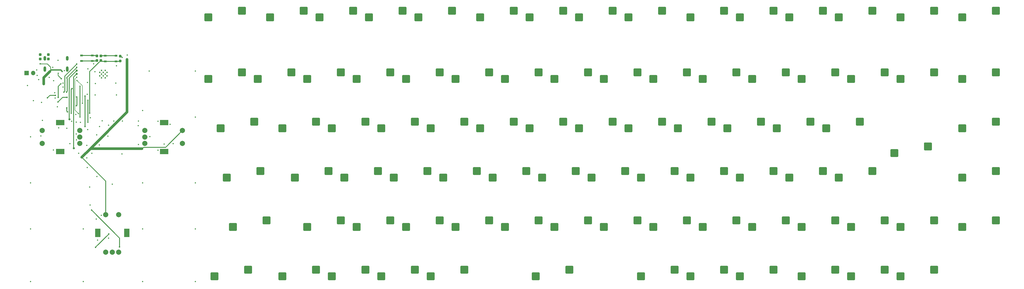
<source format=gbr>
%TF.GenerationSoftware,KiCad,Pcbnew,8.0.5*%
%TF.CreationDate,2025-01-01T22:16:47+09:00*%
%TF.ProjectId,Davinci-Keyboard,44617669-6e63-4692-9d4b-6579626f6172,rev?*%
%TF.SameCoordinates,Original*%
%TF.FileFunction,Copper,L1,Top*%
%TF.FilePolarity,Positive*%
%FSLAX46Y46*%
G04 Gerber Fmt 4.6, Leading zero omitted, Abs format (unit mm)*
G04 Created by KiCad (PCBNEW 8.0.5) date 2025-01-01 22:16:47*
%MOMM*%
%LPD*%
G01*
G04 APERTURE LIST*
G04 Aperture macros list*
%AMRoundRect*
0 Rectangle with rounded corners*
0 $1 Rounding radius*
0 $2 $3 $4 $5 $6 $7 $8 $9 X,Y pos of 4 corners*
0 Add a 4 corners polygon primitive as box body*
4,1,4,$2,$3,$4,$5,$6,$7,$8,$9,$2,$3,0*
0 Add four circle primitives for the rounded corners*
1,1,$1+$1,$2,$3*
1,1,$1+$1,$4,$5*
1,1,$1+$1,$6,$7*
1,1,$1+$1,$8,$9*
0 Add four rect primitives between the rounded corners*
20,1,$1+$1,$2,$3,$4,$5,0*
20,1,$1+$1,$4,$5,$6,$7,0*
20,1,$1+$1,$6,$7,$8,$9,0*
20,1,$1+$1,$8,$9,$2,$3,0*%
G04 Aperture macros list end*
%TA.AperFunction,ComponentPad*%
%ADD10C,0.500000*%
%TD*%
%TA.AperFunction,SMDPad,CuDef*%
%ADD11RoundRect,0.249000X-1.251000X-1.251000X1.251000X-1.251000X1.251000X1.251000X-1.251000X1.251000X0*%
%TD*%
%TA.AperFunction,SMDPad,CuDef*%
%ADD12RoundRect,0.249000X1.251000X1.251000X-1.251000X1.251000X-1.251000X-1.251000X1.251000X-1.251000X0*%
%TD*%
%TA.AperFunction,ComponentPad*%
%ADD13C,2.000000*%
%TD*%
%TA.AperFunction,ComponentPad*%
%ADD14R,3.200000X2.000000*%
%TD*%
%TA.AperFunction,SMDPad,CuDef*%
%ADD15R,1.050000X0.650000*%
%TD*%
%TA.AperFunction,SMDPad,CuDef*%
%ADD16RoundRect,0.237500X0.237500X-0.300000X0.237500X0.300000X-0.237500X0.300000X-0.237500X-0.300000X0*%
%TD*%
%TA.AperFunction,ComponentPad*%
%ADD17R,2.000000X3.200000*%
%TD*%
%TA.AperFunction,SMDPad,CuDef*%
%ADD18RoundRect,0.237500X-0.237500X0.287500X-0.237500X-0.287500X0.237500X-0.287500X0.237500X0.287500X0*%
%TD*%
%TA.AperFunction,SMDPad,CuDef*%
%ADD19RoundRect,0.237500X0.237500X-0.250000X0.237500X0.250000X-0.237500X0.250000X-0.237500X-0.250000X0*%
%TD*%
%TA.AperFunction,ComponentPad*%
%ADD20O,1.000000X2.100000*%
%TD*%
%TA.AperFunction,ComponentPad*%
%ADD21O,1.000000X1.800000*%
%TD*%
%TA.AperFunction,ComponentPad*%
%ADD22O,1.700000X1.700000*%
%TD*%
%TA.AperFunction,ComponentPad*%
%ADD23R,1.700000X1.700000*%
%TD*%
%TA.AperFunction,HeatsinkPad*%
%ADD24C,0.600000*%
%TD*%
%TA.AperFunction,ViaPad*%
%ADD25C,0.500000*%
%TD*%
%TA.AperFunction,ViaPad*%
%ADD26C,0.600000*%
%TD*%
%TA.AperFunction,ViaPad*%
%ADD27C,0.800000*%
%TD*%
%TA.AperFunction,Conductor*%
%ADD28C,0.300000*%
%TD*%
%TA.AperFunction,Conductor*%
%ADD29C,1.000000*%
%TD*%
%TA.AperFunction,Conductor*%
%ADD30C,0.700000*%
%TD*%
%TA.AperFunction,Conductor*%
%ADD31C,0.250000*%
%TD*%
%TA.AperFunction,Conductor*%
%ADD32C,0.200000*%
%TD*%
%TA.AperFunction,Conductor*%
%ADD33C,0.500000*%
%TD*%
G04 APERTURE END LIST*
D10*
%TO.P,SW87,1,1*%
%TO.N,/ESP32-S3/IO16*%
X366285000Y-138430000D03*
X368685000Y-138430000D03*
X366285000Y-140830000D03*
X368685000Y-140830000D03*
D11*
X367485000Y-139630000D03*
D10*
%TO.P,SW87,2,2*%
%TO.N,Net-(D82-A)*%
X379235000Y-135890000D03*
X381635000Y-135890000D03*
X379235000Y-138290000D03*
X381635000Y-138290000D03*
D12*
X380435000Y-137090000D03*
%TD*%
D10*
%TO.P,SW86,1,1*%
%TO.N,/ESP32-S3/IO16*%
X347235000Y-138430000D03*
X349635000Y-138430000D03*
X347235000Y-140830000D03*
X349635000Y-140830000D03*
D11*
X348435000Y-139630000D03*
D10*
%TO.P,SW86,2,2*%
%TO.N,Net-(D90-K)*%
X360185000Y-135890000D03*
X362585000Y-135890000D03*
X360185000Y-138290000D03*
X362585000Y-138290000D03*
D12*
X361385000Y-137090000D03*
%TD*%
D10*
%TO.P,SW85,1,1*%
%TO.N,/ESP32-S3/IO16*%
X328185000Y-138430000D03*
X330585000Y-138430000D03*
X328185000Y-140830000D03*
X330585000Y-140830000D03*
D11*
X329385000Y-139630000D03*
D10*
%TO.P,SW85,2,2*%
%TO.N,Net-(D81-A)*%
X341135000Y-135890000D03*
X343535000Y-135890000D03*
X341135000Y-138290000D03*
X343535000Y-138290000D03*
D12*
X342335000Y-137090000D03*
%TD*%
D10*
%TO.P,SW84,1,1*%
%TO.N,/ESP32-S3/IO16*%
X304372500Y-138430000D03*
X306772500Y-138430000D03*
X304372500Y-140830000D03*
X306772500Y-140830000D03*
D11*
X305572500Y-139630000D03*
D10*
%TO.P,SW84,2,2*%
%TO.N,Net-(D89-K)*%
X317322500Y-135890000D03*
X319722500Y-135890000D03*
X317322500Y-138290000D03*
X319722500Y-138290000D03*
D12*
X318522500Y-137090000D03*
%TD*%
D10*
%TO.P,SW83,1,1*%
%TO.N,/ESP32-S3/IO16*%
X285322500Y-138430000D03*
X287722500Y-138430000D03*
X285322500Y-140830000D03*
X287722500Y-140830000D03*
D11*
X286522500Y-139630000D03*
D10*
%TO.P,SW83,2,2*%
%TO.N,Net-(D80-A)*%
X298272500Y-135890000D03*
X300672500Y-135890000D03*
X298272500Y-138290000D03*
X300672500Y-138290000D03*
D12*
X299472500Y-137090000D03*
%TD*%
D10*
%TO.P,SW82,1,1*%
%TO.N,/ESP32-S3/IO16*%
X266272500Y-138430000D03*
X268672500Y-138430000D03*
X266272500Y-140830000D03*
X268672500Y-140830000D03*
D11*
X267472500Y-139630000D03*
D10*
%TO.P,SW82,2,2*%
%TO.N,Net-(D88-K)*%
X279222500Y-135890000D03*
X281622500Y-135890000D03*
X279222500Y-138290000D03*
X281622500Y-138290000D03*
D12*
X280422500Y-137090000D03*
%TD*%
D10*
%TO.P,SW81,1,1*%
%TO.N,/ESP32-S3/IO16*%
X225791250Y-138430000D03*
X228191250Y-138430000D03*
X225791250Y-140830000D03*
X228191250Y-140830000D03*
D11*
X226991250Y-139630000D03*
D10*
%TO.P,SW81,2,2*%
%TO.N,Net-(D79-A)*%
X238741250Y-135890000D03*
X241141250Y-135890000D03*
X238741250Y-138290000D03*
X241141250Y-138290000D03*
D12*
X239941250Y-137090000D03*
%TD*%
D10*
%TO.P,SW80,1,1*%
%TO.N,/ESP32-S3/IO16*%
X185310000Y-138430000D03*
X187710000Y-138430000D03*
X185310000Y-140830000D03*
X187710000Y-140830000D03*
D11*
X186510000Y-139630000D03*
D10*
%TO.P,SW80,2,2*%
%TO.N,Net-(D87-K)*%
X198260000Y-135890000D03*
X200660000Y-135890000D03*
X198260000Y-138290000D03*
X200660000Y-138290000D03*
D12*
X199460000Y-137090000D03*
%TD*%
D10*
%TO.P,SW79,1,1*%
%TO.N,/ESP32-S3/IO16*%
X166260000Y-138430000D03*
X168660000Y-138430000D03*
X166260000Y-140830000D03*
X168660000Y-140830000D03*
D11*
X167460000Y-139630000D03*
D10*
%TO.P,SW79,2,2*%
%TO.N,Net-(D78-A)*%
X179210000Y-135890000D03*
X181610000Y-135890000D03*
X179210000Y-138290000D03*
X181610000Y-138290000D03*
D12*
X180410000Y-137090000D03*
%TD*%
D10*
%TO.P,SW78,1,1*%
%TO.N,/ESP32-S3/IO16*%
X147210000Y-138430000D03*
X149610000Y-138430000D03*
X147210000Y-140830000D03*
X149610000Y-140830000D03*
D11*
X148410000Y-139630000D03*
D10*
%TO.P,SW78,2,2*%
%TO.N,Net-(D86-K)*%
X160160000Y-135890000D03*
X162560000Y-135890000D03*
X160160000Y-138290000D03*
X162560000Y-138290000D03*
D12*
X161360000Y-137090000D03*
%TD*%
D10*
%TO.P,SW77,1,1*%
%TO.N,/ESP32-S3/IO16*%
X128160000Y-138430000D03*
X130560000Y-138430000D03*
X128160000Y-140830000D03*
X130560000Y-140830000D03*
D11*
X129360000Y-139630000D03*
D10*
%TO.P,SW77,2,2*%
%TO.N,Net-(D77-A)*%
X141110000Y-135890000D03*
X143510000Y-135890000D03*
X141110000Y-138290000D03*
X143510000Y-138290000D03*
D12*
X142310000Y-137090000D03*
%TD*%
D10*
%TO.P,SW76,1,1*%
%TO.N,/ESP32-S3/IO16*%
X101966250Y-138430000D03*
X104366250Y-138430000D03*
X101966250Y-140830000D03*
X104366250Y-140830000D03*
D11*
X103166250Y-139630000D03*
D10*
%TO.P,SW76,2,2*%
%TO.N,Net-(D85-K)*%
X114916250Y-135890000D03*
X117316250Y-135890000D03*
X114916250Y-138290000D03*
X117316250Y-138290000D03*
D12*
X116116250Y-137090000D03*
%TD*%
D10*
%TO.P,SW75,1,1*%
%TO.N,/ESP32-S3/IO16*%
X390097500Y-119380000D03*
X392497500Y-119380000D03*
X390097500Y-121780000D03*
X392497500Y-121780000D03*
D11*
X391297500Y-120580000D03*
D10*
%TO.P,SW75,2,2*%
%TO.N,Net-(D76-A)*%
X403047500Y-116840000D03*
X405447500Y-116840000D03*
X403047500Y-119240000D03*
X405447500Y-119240000D03*
D12*
X404247500Y-118040000D03*
%TD*%
D10*
%TO.P,SW74,1,1*%
%TO.N,/ESP32-S3/IO16*%
X366285000Y-119380000D03*
X368685000Y-119380000D03*
X366285000Y-121780000D03*
X368685000Y-121780000D03*
D11*
X367485000Y-120580000D03*
D10*
%TO.P,SW74,2,2*%
%TO.N,Net-(D84-K)*%
X379235000Y-116840000D03*
X381635000Y-116840000D03*
X379235000Y-119240000D03*
X381635000Y-119240000D03*
D12*
X380435000Y-118040000D03*
%TD*%
D10*
%TO.P,SW73,1,1*%
%TO.N,/ESP32-S3/IO15*%
X347235000Y-119380000D03*
X349635000Y-119380000D03*
X347235000Y-121780000D03*
X349635000Y-121780000D03*
D11*
X348435000Y-120580000D03*
D10*
%TO.P,SW73,2,2*%
%TO.N,Net-(D68-A)*%
X360185000Y-116840000D03*
X362585000Y-116840000D03*
X360185000Y-119240000D03*
X362585000Y-119240000D03*
D12*
X361385000Y-118040000D03*
%TD*%
D10*
%TO.P,SW72,1,1*%
%TO.N,/ESP32-S3/IO15*%
X328185000Y-119380000D03*
X330585000Y-119380000D03*
X328185000Y-121780000D03*
X330585000Y-121780000D03*
D11*
X329385000Y-120580000D03*
D10*
%TO.P,SW72,2,2*%
%TO.N,Net-(D67-A)*%
X341135000Y-116840000D03*
X343535000Y-116840000D03*
X341135000Y-119240000D03*
X343535000Y-119240000D03*
D12*
X342335000Y-118040000D03*
%TD*%
D10*
%TO.P,SW71,1,1*%
%TO.N,/ESP32-S3/IO15*%
X309135000Y-119380000D03*
X311535000Y-119380000D03*
X309135000Y-121780000D03*
X311535000Y-121780000D03*
D11*
X310335000Y-120580000D03*
D10*
%TO.P,SW71,2,2*%
%TO.N,Net-(D75-K)*%
X322085000Y-116840000D03*
X324485000Y-116840000D03*
X322085000Y-119240000D03*
X324485000Y-119240000D03*
D12*
X323285000Y-118040000D03*
%TD*%
D10*
%TO.P,SW70,1,1*%
%TO.N,/ESP32-S3/IO15*%
X290085000Y-119380000D03*
X292485000Y-119380000D03*
X290085000Y-121780000D03*
X292485000Y-121780000D03*
D11*
X291285000Y-120580000D03*
D10*
%TO.P,SW70,2,2*%
%TO.N,Net-(D66-A)*%
X303035000Y-116840000D03*
X305435000Y-116840000D03*
X303035000Y-119240000D03*
X305435000Y-119240000D03*
D12*
X304235000Y-118040000D03*
%TD*%
D10*
%TO.P,SW69,1,1*%
%TO.N,/ESP32-S3/IO15*%
X271035000Y-119380000D03*
X273435000Y-119380000D03*
X271035000Y-121780000D03*
X273435000Y-121780000D03*
D11*
X272235000Y-120580000D03*
D10*
%TO.P,SW69,2,2*%
%TO.N,Net-(D74-K)*%
X283985000Y-116840000D03*
X286385000Y-116840000D03*
X283985000Y-119240000D03*
X286385000Y-119240000D03*
D12*
X285185000Y-118040000D03*
%TD*%
D10*
%TO.P,SW68,1,1*%
%TO.N,/ESP32-S3/IO15*%
X251985000Y-119380000D03*
X254385000Y-119380000D03*
X251985000Y-121780000D03*
X254385000Y-121780000D03*
D11*
X253185000Y-120580000D03*
D10*
%TO.P,SW68,2,2*%
%TO.N,Net-(D65-A)*%
X264935000Y-116840000D03*
X267335000Y-116840000D03*
X264935000Y-119240000D03*
X267335000Y-119240000D03*
D12*
X266135000Y-118040000D03*
%TD*%
D10*
%TO.P,SW67,1,1*%
%TO.N,/ESP32-S3/IO15*%
X232935000Y-119380000D03*
X235335000Y-119380000D03*
X232935000Y-121780000D03*
X235335000Y-121780000D03*
D11*
X234135000Y-120580000D03*
D10*
%TO.P,SW67,2,2*%
%TO.N,Net-(D73-K)*%
X245885000Y-116840000D03*
X248285000Y-116840000D03*
X245885000Y-119240000D03*
X248285000Y-119240000D03*
D12*
X247085000Y-118040000D03*
%TD*%
D10*
%TO.P,SW66,1,1*%
%TO.N,/ESP32-S3/IO15*%
X213885000Y-119380000D03*
X216285000Y-119380000D03*
X213885000Y-121780000D03*
X216285000Y-121780000D03*
D11*
X215085000Y-120580000D03*
D10*
%TO.P,SW66,2,2*%
%TO.N,Net-(D64-A)*%
X226835000Y-116840000D03*
X229235000Y-116840000D03*
X226835000Y-119240000D03*
X229235000Y-119240000D03*
D12*
X228035000Y-118040000D03*
%TD*%
D10*
%TO.P,SW65,1,1*%
%TO.N,/ESP32-S3/IO15*%
X194835000Y-119380000D03*
X197235000Y-119380000D03*
X194835000Y-121780000D03*
X197235000Y-121780000D03*
D11*
X196035000Y-120580000D03*
D10*
%TO.P,SW65,2,2*%
%TO.N,Net-(D72-K)*%
X207785000Y-116840000D03*
X210185000Y-116840000D03*
X207785000Y-119240000D03*
X210185000Y-119240000D03*
D12*
X208985000Y-118040000D03*
%TD*%
D10*
%TO.P,SW64,1,1*%
%TO.N,/ESP32-S3/IO15*%
X175785000Y-119380000D03*
X178185000Y-119380000D03*
X175785000Y-121780000D03*
X178185000Y-121780000D03*
D11*
X176985000Y-120580000D03*
D10*
%TO.P,SW64,2,2*%
%TO.N,Net-(D63-A)*%
X188735000Y-116840000D03*
X191135000Y-116840000D03*
X188735000Y-119240000D03*
X191135000Y-119240000D03*
D12*
X189935000Y-118040000D03*
%TD*%
D10*
%TO.P,SW63,1,1*%
%TO.N,/ESP32-S3/IO15*%
X156735000Y-119380000D03*
X159135000Y-119380000D03*
X156735000Y-121780000D03*
X159135000Y-121780000D03*
D11*
X157935000Y-120580000D03*
D10*
%TO.P,SW63,2,2*%
%TO.N,Net-(D71-K)*%
X169685000Y-116840000D03*
X172085000Y-116840000D03*
X169685000Y-119240000D03*
X172085000Y-119240000D03*
D12*
X170885000Y-118040000D03*
%TD*%
D10*
%TO.P,SW62,1,1*%
%TO.N,/ESP32-S3/IO15*%
X137685000Y-119380000D03*
X140085000Y-119380000D03*
X137685000Y-121780000D03*
X140085000Y-121780000D03*
D11*
X138885000Y-120580000D03*
D10*
%TO.P,SW62,2,2*%
%TO.N,Net-(D62-A)*%
X150635000Y-116840000D03*
X153035000Y-116840000D03*
X150635000Y-119240000D03*
X153035000Y-119240000D03*
D12*
X151835000Y-118040000D03*
%TD*%
D10*
%TO.P,SW61,1,1*%
%TO.N,/ESP32-S3/IO15*%
X109110000Y-119380000D03*
X111510000Y-119380000D03*
X109110000Y-121780000D03*
X111510000Y-121780000D03*
D11*
X110310000Y-120580000D03*
D10*
%TO.P,SW61,2,2*%
%TO.N,Net-(D70-K)*%
X122060000Y-116840000D03*
X124460000Y-116840000D03*
X122060000Y-119240000D03*
X124460000Y-119240000D03*
D12*
X123260000Y-118040000D03*
%TD*%
D10*
%TO.P,SW60,1,1*%
%TO.N,/ESP32-S3/IO15*%
X390097500Y-100330000D03*
X392497500Y-100330000D03*
X390097500Y-102730000D03*
X392497500Y-102730000D03*
D11*
X391297500Y-101530000D03*
D10*
%TO.P,SW60,2,2*%
%TO.N,Net-(D61-A)*%
X403047500Y-97790000D03*
X405447500Y-97790000D03*
X403047500Y-100190000D03*
X405447500Y-100190000D03*
D12*
X404247500Y-98990000D03*
%TD*%
D10*
%TO.P,SW59,1,1*%
%TO.N,/ESP32-S3/IO15*%
X342472500Y-100330000D03*
X344872500Y-100330000D03*
X342472500Y-102730000D03*
X344872500Y-102730000D03*
D11*
X343672500Y-101530000D03*
D10*
%TO.P,SW59,2,2*%
%TO.N,Net-(D69-K)*%
X355422500Y-97790000D03*
X357822500Y-97790000D03*
X355422500Y-100190000D03*
X357822500Y-100190000D03*
D12*
X356622500Y-98990000D03*
%TD*%
D10*
%TO.P,SW58,1,1*%
%TO.N,/ESP32-S3/IO7*%
X323422500Y-100330000D03*
X325822500Y-100330000D03*
X323422500Y-102730000D03*
X325822500Y-102730000D03*
D11*
X324622500Y-101530000D03*
D10*
%TO.P,SW58,2,2*%
%TO.N,Net-(D53-A)*%
X336372500Y-97790000D03*
X338772500Y-97790000D03*
X336372500Y-100190000D03*
X338772500Y-100190000D03*
D12*
X337572500Y-98990000D03*
%TD*%
D10*
%TO.P,SW57,1,1*%
%TO.N,/ESP32-S3/IO7*%
X304372500Y-100330000D03*
X306772500Y-100330000D03*
X304372500Y-102730000D03*
X306772500Y-102730000D03*
D11*
X305572500Y-101530000D03*
D10*
%TO.P,SW57,2,2*%
%TO.N,Net-(D52-A)*%
X317322500Y-97790000D03*
X319722500Y-97790000D03*
X317322500Y-100190000D03*
X319722500Y-100190000D03*
D12*
X318522500Y-98990000D03*
%TD*%
D10*
%TO.P,SW56,1,1*%
%TO.N,/ESP32-S3/IO7*%
X285322500Y-100330000D03*
X287722500Y-100330000D03*
X285322500Y-102730000D03*
X287722500Y-102730000D03*
D11*
X286522500Y-101530000D03*
D10*
%TO.P,SW56,2,2*%
%TO.N,Net-(D60-K)*%
X298272500Y-97790000D03*
X300672500Y-97790000D03*
X298272500Y-100190000D03*
X300672500Y-100190000D03*
D12*
X299472500Y-98990000D03*
%TD*%
D10*
%TO.P,SW55,1,1*%
%TO.N,/ESP32-S3/IO7*%
X266272500Y-100330000D03*
X268672500Y-100330000D03*
X266272500Y-102730000D03*
X268672500Y-102730000D03*
D11*
X267472500Y-101530000D03*
D10*
%TO.P,SW55,2,2*%
%TO.N,Net-(D51-A)*%
X279222500Y-97790000D03*
X281622500Y-97790000D03*
X279222500Y-100190000D03*
X281622500Y-100190000D03*
D12*
X280422500Y-98990000D03*
%TD*%
D10*
%TO.P,SW54,1,1*%
%TO.N,/ESP32-S3/IO7*%
X247222500Y-100330000D03*
X249622500Y-100330000D03*
X247222500Y-102730000D03*
X249622500Y-102730000D03*
D11*
X248422500Y-101530000D03*
D10*
%TO.P,SW54,2,2*%
%TO.N,Net-(D59-K)*%
X260172500Y-97790000D03*
X262572500Y-97790000D03*
X260172500Y-100190000D03*
X262572500Y-100190000D03*
D12*
X261372500Y-98990000D03*
%TD*%
D10*
%TO.P,SW53,1,1*%
%TO.N,/ESP32-S3/IO7*%
X228172500Y-100330000D03*
X230572500Y-100330000D03*
X228172500Y-102730000D03*
X230572500Y-102730000D03*
D11*
X229372500Y-101530000D03*
D10*
%TO.P,SW53,2,2*%
%TO.N,Net-(D50-A)*%
X241122500Y-97790000D03*
X243522500Y-97790000D03*
X241122500Y-100190000D03*
X243522500Y-100190000D03*
D12*
X242322500Y-98990000D03*
%TD*%
D10*
%TO.P,SW52,1,1*%
%TO.N,/ESP32-S3/IO7*%
X209122500Y-100330000D03*
X211522500Y-100330000D03*
X209122500Y-102730000D03*
X211522500Y-102730000D03*
D11*
X210322500Y-101530000D03*
D10*
%TO.P,SW52,2,2*%
%TO.N,Net-(D58-K)*%
X222072500Y-97790000D03*
X224472500Y-97790000D03*
X222072500Y-100190000D03*
X224472500Y-100190000D03*
D12*
X223272500Y-98990000D03*
%TD*%
D10*
%TO.P,SW51,1,1*%
%TO.N,/ESP32-S3/IO7*%
X190072500Y-100330000D03*
X192472500Y-100330000D03*
X190072500Y-102730000D03*
X192472500Y-102730000D03*
D11*
X191272500Y-101530000D03*
D10*
%TO.P,SW51,2,2*%
%TO.N,Net-(D49-A)*%
X203022500Y-97790000D03*
X205422500Y-97790000D03*
X203022500Y-100190000D03*
X205422500Y-100190000D03*
D12*
X204222500Y-98990000D03*
%TD*%
D10*
%TO.P,SW50,1,1*%
%TO.N,/ESP32-S3/IO7*%
X171022500Y-100330000D03*
X173422500Y-100330000D03*
X171022500Y-102730000D03*
X173422500Y-102730000D03*
D11*
X172222500Y-101530000D03*
D10*
%TO.P,SW50,2,2*%
%TO.N,Net-(D57-K)*%
X183972500Y-97790000D03*
X186372500Y-97790000D03*
X183972500Y-100190000D03*
X186372500Y-100190000D03*
D12*
X185172500Y-98990000D03*
%TD*%
D10*
%TO.P,SW49,1,1*%
%TO.N,/ESP32-S3/IO7*%
X151972500Y-100330000D03*
X154372500Y-100330000D03*
X151972500Y-102730000D03*
X154372500Y-102730000D03*
D11*
X153172500Y-101530000D03*
D10*
%TO.P,SW49,2,2*%
%TO.N,Net-(D48-A)*%
X164922500Y-97790000D03*
X167322500Y-97790000D03*
X164922500Y-100190000D03*
X167322500Y-100190000D03*
D12*
X166122500Y-98990000D03*
%TD*%
D10*
%TO.P,SW48,1,1*%
%TO.N,/ESP32-S3/IO7*%
X132922500Y-100330000D03*
X135322500Y-100330000D03*
X132922500Y-102730000D03*
X135322500Y-102730000D03*
D11*
X134122500Y-101530000D03*
D10*
%TO.P,SW48,2,2*%
%TO.N,Net-(D56-K)*%
X145872500Y-97790000D03*
X148272500Y-97790000D03*
X145872500Y-100190000D03*
X148272500Y-100190000D03*
D12*
X147072500Y-98990000D03*
%TD*%
D10*
%TO.P,SW47,1,1*%
%TO.N,/ESP32-S3/IO7*%
X106728750Y-100330000D03*
X109128750Y-100330000D03*
X106728750Y-102730000D03*
X109128750Y-102730000D03*
D11*
X107928750Y-101530000D03*
D10*
%TO.P,SW47,2,2*%
%TO.N,Net-(D47-A)*%
X119678750Y-97790000D03*
X122078750Y-97790000D03*
X119678750Y-100190000D03*
X122078750Y-100190000D03*
D12*
X120878750Y-98990000D03*
%TD*%
D10*
%TO.P,SW46,1,1*%
%TO.N,/ESP32-S3/IO7*%
X390097500Y-81280000D03*
X392497500Y-81280000D03*
X390097500Y-83680000D03*
X392497500Y-83680000D03*
D11*
X391297500Y-82480000D03*
D10*
%TO.P,SW46,2,2*%
%TO.N,Net-(D55-K)*%
X403047500Y-78740000D03*
X405447500Y-78740000D03*
X403047500Y-81140000D03*
X405447500Y-81140000D03*
D12*
X404247500Y-79940000D03*
%TD*%
D10*
%TO.P,SW45,1,1*%
%TO.N,/ESP32-S3/IO7*%
X363903750Y-90805000D03*
X366303750Y-90805000D03*
X363903750Y-93205000D03*
X366303750Y-93205000D03*
D11*
X365103750Y-92005000D03*
D10*
%TO.P,SW45,2,2*%
%TO.N,Net-(D46-A)*%
X376853750Y-88265000D03*
X379253750Y-88265000D03*
X376853750Y-90665000D03*
X379253750Y-90665000D03*
D12*
X378053750Y-89465000D03*
%TD*%
D10*
%TO.P,SW44,1,1*%
%TO.N,/ESP32-S3/IO7*%
X337710000Y-81280000D03*
X340110000Y-81280000D03*
X337710000Y-83680000D03*
X340110000Y-83680000D03*
D11*
X338910000Y-82480000D03*
D10*
%TO.P,SW44,2,2*%
%TO.N,Net-(D54-K)*%
X350660000Y-78740000D03*
X353060000Y-78740000D03*
X350660000Y-81140000D03*
X353060000Y-81140000D03*
D12*
X351860000Y-79940000D03*
%TD*%
D10*
%TO.P,SW43,1,1*%
%TO.N,/ESP32-S3/IO6*%
X318660000Y-81280000D03*
X321060000Y-81280000D03*
X318660000Y-83680000D03*
X321060000Y-83680000D03*
D11*
X319860000Y-82480000D03*
D10*
%TO.P,SW43,2,2*%
%TO.N,Net-(D38-A)*%
X331610000Y-78740000D03*
X334010000Y-78740000D03*
X331610000Y-81140000D03*
X334010000Y-81140000D03*
D12*
X332810000Y-79940000D03*
%TD*%
D10*
%TO.P,SW42,1,1*%
%TO.N,/ESP32-S3/IO6*%
X299610000Y-81280000D03*
X302010000Y-81280000D03*
X299610000Y-83680000D03*
X302010000Y-83680000D03*
D11*
X300810000Y-82480000D03*
D10*
%TO.P,SW42,2,2*%
%TO.N,Net-(D37-A)*%
X312560000Y-78740000D03*
X314960000Y-78740000D03*
X312560000Y-81140000D03*
X314960000Y-81140000D03*
D12*
X313760000Y-79940000D03*
%TD*%
D10*
%TO.P,SW41,1,1*%
%TO.N,/ESP32-S3/IO6*%
X280560000Y-81280000D03*
X282960000Y-81280000D03*
X280560000Y-83680000D03*
X282960000Y-83680000D03*
D11*
X281760000Y-82480000D03*
D10*
%TO.P,SW41,2,2*%
%TO.N,Net-(D45-K)*%
X293510000Y-78740000D03*
X295910000Y-78740000D03*
X293510000Y-81140000D03*
X295910000Y-81140000D03*
D12*
X294710000Y-79940000D03*
%TD*%
D10*
%TO.P,SW40,1,1*%
%TO.N,/ESP32-S3/IO6*%
X261510000Y-81280000D03*
X263910000Y-81280000D03*
X261510000Y-83680000D03*
X263910000Y-83680000D03*
D11*
X262710000Y-82480000D03*
D10*
%TO.P,SW40,2,2*%
%TO.N,Net-(D36-A)*%
X274460000Y-78740000D03*
X276860000Y-78740000D03*
X274460000Y-81140000D03*
X276860000Y-81140000D03*
D12*
X275660000Y-79940000D03*
%TD*%
D10*
%TO.P,SW39,1,1*%
%TO.N,/ESP32-S3/IO6*%
X242460000Y-81280000D03*
X244860000Y-81280000D03*
X242460000Y-83680000D03*
X244860000Y-83680000D03*
D11*
X243660000Y-82480000D03*
D10*
%TO.P,SW39,2,2*%
%TO.N,Net-(D44-K)*%
X255410000Y-78740000D03*
X257810000Y-78740000D03*
X255410000Y-81140000D03*
X257810000Y-81140000D03*
D12*
X256610000Y-79940000D03*
%TD*%
D10*
%TO.P,SW38,1,1*%
%TO.N,/ESP32-S3/IO6*%
X223410000Y-81280000D03*
X225810000Y-81280000D03*
X223410000Y-83680000D03*
X225810000Y-83680000D03*
D11*
X224610000Y-82480000D03*
D10*
%TO.P,SW38,2,2*%
%TO.N,Net-(D35-A)*%
X236360000Y-78740000D03*
X238760000Y-78740000D03*
X236360000Y-81140000D03*
X238760000Y-81140000D03*
D12*
X237560000Y-79940000D03*
%TD*%
D10*
%TO.P,SW37,1,1*%
%TO.N,/ESP32-S3/IO6*%
X204360000Y-81280000D03*
X206760000Y-81280000D03*
X204360000Y-83680000D03*
X206760000Y-83680000D03*
D11*
X205560000Y-82480000D03*
D10*
%TO.P,SW37,2,2*%
%TO.N,Net-(D43-K)*%
X217310000Y-78740000D03*
X219710000Y-78740000D03*
X217310000Y-81140000D03*
X219710000Y-81140000D03*
D12*
X218510000Y-79940000D03*
%TD*%
D10*
%TO.P,SW36,1,1*%
%TO.N,/ESP32-S3/IO6*%
X185310000Y-81280000D03*
X187710000Y-81280000D03*
X185310000Y-83680000D03*
X187710000Y-83680000D03*
D11*
X186510000Y-82480000D03*
D10*
%TO.P,SW36,2,2*%
%TO.N,Net-(D34-A)*%
X198260000Y-78740000D03*
X200660000Y-78740000D03*
X198260000Y-81140000D03*
X200660000Y-81140000D03*
D12*
X199460000Y-79940000D03*
%TD*%
D10*
%TO.P,SW35,1,1*%
%TO.N,/ESP32-S3/IO6*%
X166260000Y-81280000D03*
X168660000Y-81280000D03*
X166260000Y-83680000D03*
X168660000Y-83680000D03*
D11*
X167460000Y-82480000D03*
D10*
%TO.P,SW35,2,2*%
%TO.N,Net-(D42-K)*%
X179210000Y-78740000D03*
X181610000Y-78740000D03*
X179210000Y-81140000D03*
X181610000Y-81140000D03*
D12*
X180410000Y-79940000D03*
%TD*%
D10*
%TO.P,SW34,1,1*%
%TO.N,/ESP32-S3/IO6*%
X147210000Y-81280000D03*
X149610000Y-81280000D03*
X147210000Y-83680000D03*
X149610000Y-83680000D03*
D11*
X148410000Y-82480000D03*
D10*
%TO.P,SW34,2,2*%
%TO.N,Net-(D33-A)*%
X160160000Y-78740000D03*
X162560000Y-78740000D03*
X160160000Y-81140000D03*
X162560000Y-81140000D03*
D12*
X161360000Y-79940000D03*
%TD*%
D10*
%TO.P,SW33,1,1*%
%TO.N,/ESP32-S3/IO6*%
X128160000Y-81280000D03*
X130560000Y-81280000D03*
X128160000Y-83680000D03*
X130560000Y-83680000D03*
D11*
X129360000Y-82480000D03*
D10*
%TO.P,SW33,2,2*%
%TO.N,Net-(D41-K)*%
X141110000Y-78740000D03*
X143510000Y-78740000D03*
X141110000Y-81140000D03*
X143510000Y-81140000D03*
D12*
X142310000Y-79940000D03*
%TD*%
D10*
%TO.P,SW32,1,1*%
%TO.N,/ESP32-S3/IO6*%
X104347500Y-81280000D03*
X106747500Y-81280000D03*
X104347500Y-83680000D03*
X106747500Y-83680000D03*
D11*
X105547500Y-82480000D03*
D10*
%TO.P,SW32,2,2*%
%TO.N,Net-(D32-A)*%
X117297500Y-78740000D03*
X119697500Y-78740000D03*
X117297500Y-81140000D03*
X119697500Y-81140000D03*
D12*
X118497500Y-79940000D03*
%TD*%
D10*
%TO.P,SW31,1,1*%
%TO.N,/ESP32-S3/IO6*%
X390097500Y-62230000D03*
X392497500Y-62230000D03*
X390097500Y-64630000D03*
X392497500Y-64630000D03*
D11*
X391297500Y-63430000D03*
D10*
%TO.P,SW31,2,2*%
%TO.N,Net-(D40-K)*%
X403047500Y-59690000D03*
X405447500Y-59690000D03*
X403047500Y-62090000D03*
X405447500Y-62090000D03*
D12*
X404247500Y-60890000D03*
%TD*%
D10*
%TO.P,SW30,1,1*%
%TO.N,/ESP32-S3/IO6*%
X366285000Y-62230000D03*
X368685000Y-62230000D03*
X366285000Y-64630000D03*
X368685000Y-64630000D03*
D11*
X367485000Y-63430000D03*
D10*
%TO.P,SW30,2,2*%
%TO.N,Net-(D31-A)*%
X379235000Y-59690000D03*
X381635000Y-59690000D03*
X379235000Y-62090000D03*
X381635000Y-62090000D03*
D12*
X380435000Y-60890000D03*
%TD*%
D10*
%TO.P,SW29,1,1*%
%TO.N,/ESP32-S3/IO6*%
X347235000Y-62230000D03*
X349635000Y-62230000D03*
X347235000Y-64630000D03*
X349635000Y-64630000D03*
D11*
X348435000Y-63430000D03*
D10*
%TO.P,SW29,2,2*%
%TO.N,Net-(D39-K)*%
X360185000Y-59690000D03*
X362585000Y-59690000D03*
X360185000Y-62090000D03*
X362585000Y-62090000D03*
D12*
X361385000Y-60890000D03*
%TD*%
D10*
%TO.P,SW28,1,1*%
%TO.N,/ESP32-S3/IO5*%
X328185000Y-62230000D03*
X330585000Y-62230000D03*
X328185000Y-64630000D03*
X330585000Y-64630000D03*
D11*
X329385000Y-63430000D03*
D10*
%TO.P,SW28,2,2*%
%TO.N,Net-(D23-A)*%
X341135000Y-59690000D03*
X343535000Y-59690000D03*
X341135000Y-62090000D03*
X343535000Y-62090000D03*
D12*
X342335000Y-60890000D03*
%TD*%
D10*
%TO.P,SW27,1,1*%
%TO.N,/ESP32-S3/IO5*%
X309135000Y-62230000D03*
X311535000Y-62230000D03*
X309135000Y-64630000D03*
X311535000Y-64630000D03*
D11*
X310335000Y-63430000D03*
D10*
%TO.P,SW27,2,2*%
%TO.N,Net-(D30-K)*%
X322085000Y-59690000D03*
X324485000Y-59690000D03*
X322085000Y-62090000D03*
X324485000Y-62090000D03*
D12*
X323285000Y-60890000D03*
%TD*%
D10*
%TO.P,SW26,1,1*%
%TO.N,/ESP32-S3/IO5*%
X290085000Y-62230000D03*
X292485000Y-62230000D03*
X290085000Y-64630000D03*
X292485000Y-64630000D03*
D11*
X291285000Y-63430000D03*
D10*
%TO.P,SW26,2,2*%
%TO.N,Net-(D22-A)*%
X303035000Y-59690000D03*
X305435000Y-59690000D03*
X303035000Y-62090000D03*
X305435000Y-62090000D03*
D12*
X304235000Y-60890000D03*
%TD*%
D10*
%TO.P,SW25,1,1*%
%TO.N,/ESP32-S3/IO5*%
X271035000Y-62230000D03*
X273435000Y-62230000D03*
X271035000Y-64630000D03*
X273435000Y-64630000D03*
D11*
X272235000Y-63430000D03*
D10*
%TO.P,SW25,2,2*%
%TO.N,Net-(D29-K)*%
X283985000Y-59690000D03*
X286385000Y-59690000D03*
X283985000Y-62090000D03*
X286385000Y-62090000D03*
D12*
X285185000Y-60890000D03*
%TD*%
D10*
%TO.P,SW24,1,1*%
%TO.N,/ESP32-S3/IO5*%
X251985000Y-62230000D03*
X254385000Y-62230000D03*
X251985000Y-64630000D03*
X254385000Y-64630000D03*
D11*
X253185000Y-63430000D03*
D10*
%TO.P,SW24,2,2*%
%TO.N,Net-(D21-A)*%
X264935000Y-59690000D03*
X267335000Y-59690000D03*
X264935000Y-62090000D03*
X267335000Y-62090000D03*
D12*
X266135000Y-60890000D03*
%TD*%
D10*
%TO.P,SW23,1,1*%
%TO.N,/ESP32-S3/IO5*%
X232935000Y-62230000D03*
X235335000Y-62230000D03*
X232935000Y-64630000D03*
X235335000Y-64630000D03*
D11*
X234135000Y-63430000D03*
D10*
%TO.P,SW23,2,2*%
%TO.N,Net-(D28-K)*%
X245885000Y-59690000D03*
X248285000Y-59690000D03*
X245885000Y-62090000D03*
X248285000Y-62090000D03*
D12*
X247085000Y-60890000D03*
%TD*%
D10*
%TO.P,SW22,1,1*%
%TO.N,/ESP32-S3/IO5*%
X213885000Y-62230000D03*
X216285000Y-62230000D03*
X213885000Y-64630000D03*
X216285000Y-64630000D03*
D11*
X215085000Y-63430000D03*
D10*
%TO.P,SW22,2,2*%
%TO.N,Net-(D20-A)*%
X226835000Y-59690000D03*
X229235000Y-59690000D03*
X226835000Y-62090000D03*
X229235000Y-62090000D03*
D12*
X228035000Y-60890000D03*
%TD*%
D10*
%TO.P,SW21,1,1*%
%TO.N,/ESP32-S3/IO5*%
X194835000Y-62230000D03*
X197235000Y-62230000D03*
X194835000Y-64630000D03*
X197235000Y-64630000D03*
D11*
X196035000Y-63430000D03*
D10*
%TO.P,SW21,2,2*%
%TO.N,Net-(D27-K)*%
X207785000Y-59690000D03*
X210185000Y-59690000D03*
X207785000Y-62090000D03*
X210185000Y-62090000D03*
D12*
X208985000Y-60890000D03*
%TD*%
D10*
%TO.P,SW20,1,1*%
%TO.N,/ESP32-S3/IO5*%
X175785000Y-62230000D03*
X178185000Y-62230000D03*
X175785000Y-64630000D03*
X178185000Y-64630000D03*
D11*
X176985000Y-63430000D03*
D10*
%TO.P,SW20,2,2*%
%TO.N,Net-(D19-A)*%
X188735000Y-59690000D03*
X191135000Y-59690000D03*
X188735000Y-62090000D03*
X191135000Y-62090000D03*
D12*
X189935000Y-60890000D03*
%TD*%
D10*
%TO.P,SW19,1,1*%
%TO.N,/ESP32-S3/IO5*%
X156735000Y-62230000D03*
X159135000Y-62230000D03*
X156735000Y-64630000D03*
X159135000Y-64630000D03*
D11*
X157935000Y-63430000D03*
D10*
%TO.P,SW19,2,2*%
%TO.N,Net-(D26-K)*%
X169685000Y-59690000D03*
X172085000Y-59690000D03*
X169685000Y-62090000D03*
X172085000Y-62090000D03*
D12*
X170885000Y-60890000D03*
%TD*%
D10*
%TO.P,SW18,1,1*%
%TO.N,/ESP32-S3/IO5*%
X137685000Y-62230000D03*
X140085000Y-62230000D03*
X137685000Y-64630000D03*
X140085000Y-64630000D03*
D11*
X138885000Y-63430000D03*
D10*
%TO.P,SW18,2,2*%
%TO.N,Net-(D18-A)*%
X150635000Y-59690000D03*
X153035000Y-59690000D03*
X150635000Y-62090000D03*
X153035000Y-62090000D03*
D12*
X151835000Y-60890000D03*
%TD*%
D10*
%TO.P,SW17,1,1*%
%TO.N,/ESP32-S3/IO5*%
X118635000Y-62230000D03*
X121035000Y-62230000D03*
X118635000Y-64630000D03*
X121035000Y-64630000D03*
D11*
X119835000Y-63430000D03*
D10*
%TO.P,SW17,2,2*%
%TO.N,Net-(D25-K)*%
X131585000Y-59690000D03*
X133985000Y-59690000D03*
X131585000Y-62090000D03*
X133985000Y-62090000D03*
D12*
X132785000Y-60890000D03*
%TD*%
D10*
%TO.P,SW16,1,1*%
%TO.N,/ESP32-S3/IO5*%
X99585000Y-62230000D03*
X101985000Y-62230000D03*
X99585000Y-64630000D03*
X101985000Y-64630000D03*
D11*
X100785000Y-63430000D03*
D10*
%TO.P,SW16,2,2*%
%TO.N,Net-(D17-A)*%
X112535000Y-59690000D03*
X114935000Y-59690000D03*
X112535000Y-62090000D03*
X114935000Y-62090000D03*
D12*
X113735000Y-60890000D03*
%TD*%
D10*
%TO.P,SW15,1,1*%
%TO.N,/ESP32-S3/IO5*%
X390097500Y-38417500D03*
X392497500Y-38417500D03*
X390097500Y-40817500D03*
X392497500Y-40817500D03*
D11*
X391297500Y-39617500D03*
D10*
%TO.P,SW15,2,2*%
%TO.N,Net-(D24-K)*%
X403047500Y-35877500D03*
X405447500Y-35877500D03*
X403047500Y-38277500D03*
X405447500Y-38277500D03*
D12*
X404247500Y-37077500D03*
%TD*%
D10*
%TO.P,SW14,1,1*%
%TO.N,/ESP32-S3/IO4*%
X366285000Y-38417500D03*
X368685000Y-38417500D03*
X366285000Y-40817500D03*
X368685000Y-40817500D03*
D11*
X367485000Y-39617500D03*
D10*
%TO.P,SW14,2,2*%
%TO.N,Net-(D9-A)*%
X379235000Y-35877500D03*
X381635000Y-35877500D03*
X379235000Y-38277500D03*
X381635000Y-38277500D03*
D12*
X380435000Y-37077500D03*
%TD*%
D10*
%TO.P,SW13,1,1*%
%TO.N,/ESP32-S3/IO4*%
X342472500Y-38417500D03*
X344872500Y-38417500D03*
X342472500Y-40817500D03*
X344872500Y-40817500D03*
D11*
X343672500Y-39617500D03*
D10*
%TO.P,SW13,2,2*%
%TO.N,Net-(D16-K)*%
X355422500Y-35877500D03*
X357822500Y-35877500D03*
X355422500Y-38277500D03*
X357822500Y-38277500D03*
D12*
X356622500Y-37077500D03*
%TD*%
D10*
%TO.P,SW12,1,1*%
%TO.N,/ESP32-S3/IO4*%
X323422500Y-38417500D03*
X325822500Y-38417500D03*
X323422500Y-40817500D03*
X325822500Y-40817500D03*
D11*
X324622500Y-39617500D03*
D10*
%TO.P,SW12,2,2*%
%TO.N,Net-(D8-A)*%
X336372500Y-35877500D03*
X338772500Y-35877500D03*
X336372500Y-38277500D03*
X338772500Y-38277500D03*
D12*
X337572500Y-37077500D03*
%TD*%
D10*
%TO.P,SW11,1,1*%
%TO.N,/ESP32-S3/IO4*%
X304372500Y-38417500D03*
X306772500Y-38417500D03*
X304372500Y-40817500D03*
X306772500Y-40817500D03*
D11*
X305572500Y-39617500D03*
D10*
%TO.P,SW11,2,2*%
%TO.N,Net-(D15-K)*%
X317322500Y-35877500D03*
X319722500Y-35877500D03*
X317322500Y-38277500D03*
X319722500Y-38277500D03*
D12*
X318522500Y-37077500D03*
%TD*%
D10*
%TO.P,SW10,1,1*%
%TO.N,/ESP32-S3/IO4*%
X285322500Y-38417500D03*
X287722500Y-38417500D03*
X285322500Y-40817500D03*
X287722500Y-40817500D03*
D11*
X286522500Y-39617500D03*
D10*
%TO.P,SW10,2,2*%
%TO.N,Net-(D7-A)*%
X298272500Y-35877500D03*
X300672500Y-35877500D03*
X298272500Y-38277500D03*
X300672500Y-38277500D03*
D12*
X299472500Y-37077500D03*
%TD*%
D10*
%TO.P,SW9,1,1*%
%TO.N,/ESP32-S3/IO4*%
X261510000Y-38417500D03*
X263910000Y-38417500D03*
X261510000Y-40817500D03*
X263910000Y-40817500D03*
D11*
X262710000Y-39617500D03*
D10*
%TO.P,SW9,2,2*%
%TO.N,Net-(D14-K)*%
X274460000Y-35877500D03*
X276860000Y-35877500D03*
X274460000Y-38277500D03*
X276860000Y-38277500D03*
D12*
X275660000Y-37077500D03*
%TD*%
D10*
%TO.P,SW8,1,1*%
%TO.N,/ESP32-S3/IO4*%
X242460000Y-38417500D03*
X244860000Y-38417500D03*
X242460000Y-40817500D03*
X244860000Y-40817500D03*
D11*
X243660000Y-39617500D03*
D10*
%TO.P,SW8,2,2*%
%TO.N,Net-(D6-A)*%
X255410000Y-35877500D03*
X257810000Y-35877500D03*
X255410000Y-38277500D03*
X257810000Y-38277500D03*
D12*
X256610000Y-37077500D03*
%TD*%
D10*
%TO.P,SW7,1,1*%
%TO.N,/ESP32-S3/IO4*%
X223410000Y-38417500D03*
X225810000Y-38417500D03*
X223410000Y-40817500D03*
X225810000Y-40817500D03*
D11*
X224610000Y-39617500D03*
D10*
%TO.P,SW7,2,2*%
%TO.N,Net-(D13-K)*%
X236360000Y-35877500D03*
X238760000Y-35877500D03*
X236360000Y-38277500D03*
X238760000Y-38277500D03*
D12*
X237560000Y-37077500D03*
%TD*%
D10*
%TO.P,SW6,1,1*%
%TO.N,/ESP32-S3/IO4*%
X204360000Y-38417500D03*
X206760000Y-38417500D03*
X204360000Y-40817500D03*
X206760000Y-40817500D03*
D11*
X205560000Y-39617500D03*
D10*
%TO.P,SW6,2,2*%
%TO.N,Net-(D5-A)*%
X217310000Y-35877500D03*
X219710000Y-35877500D03*
X217310000Y-38277500D03*
X219710000Y-38277500D03*
D12*
X218510000Y-37077500D03*
%TD*%
D10*
%TO.P,SW5,1,1*%
%TO.N,/ESP32-S3/IO4*%
X180547500Y-38417500D03*
X182947500Y-38417500D03*
X180547500Y-40817500D03*
X182947500Y-40817500D03*
D11*
X181747500Y-39617500D03*
D10*
%TO.P,SW5,2,2*%
%TO.N,Net-(D12-K)*%
X193497500Y-35877500D03*
X195897500Y-35877500D03*
X193497500Y-38277500D03*
X195897500Y-38277500D03*
D12*
X194697500Y-37077500D03*
%TD*%
D10*
%TO.P,SW4,1,1*%
%TO.N,/ESP32-S3/IO4*%
X161497500Y-38417500D03*
X163897500Y-38417500D03*
X161497500Y-40817500D03*
X163897500Y-40817500D03*
D11*
X162697500Y-39617500D03*
D10*
%TO.P,SW4,2,2*%
%TO.N,Net-(D4-A)*%
X174447500Y-35877500D03*
X176847500Y-35877500D03*
X174447500Y-38277500D03*
X176847500Y-38277500D03*
D12*
X175647500Y-37077500D03*
%TD*%
D10*
%TO.P,SW3,1,1*%
%TO.N,/ESP32-S3/IO4*%
X142447500Y-38417500D03*
X144847500Y-38417500D03*
X142447500Y-40817500D03*
X144847500Y-40817500D03*
D11*
X143647500Y-39617500D03*
D10*
%TO.P,SW3,2,2*%
%TO.N,Net-(D11-K)*%
X155397500Y-35877500D03*
X157797500Y-35877500D03*
X155397500Y-38277500D03*
X157797500Y-38277500D03*
D12*
X156597500Y-37077500D03*
%TD*%
D10*
%TO.P,SW2,1,1*%
%TO.N,/ESP32-S3/IO4*%
X123397500Y-38417500D03*
X125797500Y-38417500D03*
X123397500Y-40817500D03*
X125797500Y-40817500D03*
D11*
X124597500Y-39617500D03*
D10*
%TO.P,SW2,2,2*%
%TO.N,Net-(D3-A)*%
X136347500Y-35877500D03*
X138747500Y-35877500D03*
X136347500Y-38277500D03*
X138747500Y-38277500D03*
D12*
X137547500Y-37077500D03*
%TD*%
D10*
%TO.P,SW1,1,1*%
%TO.N,/ESP32-S3/IO4*%
X99585000Y-38417500D03*
X101985000Y-38417500D03*
X99585000Y-40817500D03*
X101985000Y-40817500D03*
D11*
X100785000Y-39617500D03*
D10*
%TO.P,SW1,2,2*%
%TO.N,Net-(D10-K)*%
X112535000Y-35877500D03*
X114935000Y-35877500D03*
X112535000Y-38277500D03*
X114935000Y-38277500D03*
D12*
X113735000Y-37077500D03*
%TD*%
D13*
%TO.P,EN2,S2,S2*%
%TO.N,/ESP32-S3/enc2_SW_IO48*%
X90820000Y-88340000D03*
%TO.P,EN2,S1,S1*%
%TO.N,+3.3V*%
X90820000Y-83340000D03*
D14*
%TO.P,EN2,MP*%
%TO.N,N/C*%
X83820000Y-91440000D03*
X83820000Y-80240000D03*
D13*
%TO.P,EN2,C,C*%
%TO.N,GND*%
X76320000Y-85840000D03*
%TO.P,EN2,B,B*%
%TO.N,Net-(EN2-PadB)*%
X76320000Y-88340000D03*
%TO.P,EN2,A,A*%
%TO.N,Net-(EN2-PadA)*%
X76320000Y-83340000D03*
%TD*%
D15*
%TO.P,S1,4*%
%TO.N,/ESP32-S3/en*%
X65245000Y-56616600D03*
%TO.P,S1,3*%
X61095000Y-56616600D03*
%TO.P,S1,2*%
%TO.N,GND*%
X65245000Y-54466600D03*
%TO.P,S1,1*%
X61095000Y-54466600D03*
%TD*%
D16*
%TO.P,C6,2*%
%TO.N,GND*%
X57836000Y-54552100D03*
%TO.P,C6,1*%
%TO.N,/ESP32-S3/IO0*%
X57836000Y-56277100D03*
%TD*%
D13*
%TO.P,EN3,S2,S2*%
%TO.N,/ESP32-S3/enc3_SW_IO47*%
X66273000Y-115840000D03*
%TO.P,EN3,S1,S1*%
%TO.N,+3.3V*%
X61273000Y-115840000D03*
D17*
%TO.P,EN3,MP*%
%TO.N,N/C*%
X69373000Y-122840000D03*
X58173000Y-122840000D03*
D13*
%TO.P,EN3,C,C*%
%TO.N,GND*%
X63773000Y-130340000D03*
%TO.P,EN3,B,B*%
%TO.N,Net-(EN3-PadB)*%
X66273000Y-130340000D03*
%TO.P,EN3,A,A*%
%TO.N,Net-(EN3-PadA)*%
X61273000Y-130340000D03*
%TD*%
D18*
%TO.P,D1,2,A*%
%TO.N,Net-(D1-A)*%
X39171000Y-55740000D03*
%TO.P,D1,1,K*%
%TO.N,GND*%
X39171000Y-53990000D03*
%TD*%
D16*
%TO.P,C4,2*%
%TO.N,GND*%
X59360000Y-54552100D03*
%TO.P,C4,1*%
%TO.N,/ESP32-S3/en*%
X59360000Y-56277100D03*
%TD*%
D19*
%TO.P,R11,2*%
%TO.N,+3.3V*%
X66853000Y-54629100D03*
%TO.P,R11,1*%
%TO.N,/ESP32-S3/en*%
X66853000Y-56454100D03*
%TD*%
D18*
%TO.P,D2,2,A*%
%TO.N,Net-(D2-A)*%
X35996000Y-55754000D03*
%TO.P,D2,1,K*%
%TO.N,GND*%
X35996000Y-54004000D03*
%TD*%
D13*
%TO.P,EN1,S2,S2*%
%TO.N,/ESP32-S3/enc1_SW_IO38*%
X36773000Y-83340000D03*
%TO.P,EN1,S1,S1*%
%TO.N,+3.3V*%
X36773000Y-88340000D03*
D14*
%TO.P,EN1,MP*%
%TO.N,N/C*%
X43773000Y-80240000D03*
X43773000Y-91440000D03*
D13*
%TO.P,EN1,C,C*%
%TO.N,GND*%
X51273000Y-85840000D03*
%TO.P,EN1,B,B*%
%TO.N,Net-(EN1-PadB)*%
X51273000Y-83340000D03*
%TO.P,EN1,A,A*%
%TO.N,Net-(EN1-PadA)*%
X51273000Y-88340000D03*
%TD*%
D15*
%TO.P,S2,4*%
%TO.N,/ESP32-S3/IO0*%
X56101000Y-56489600D03*
%TO.P,S2,3*%
X51951000Y-56489600D03*
%TO.P,S2,2*%
%TO.N,GND*%
X56101000Y-54339600D03*
%TO.P,S2,1*%
X51951000Y-54339600D03*
%TD*%
D20*
%TO.P,J2,S1,SHIELD*%
%TO.N,GND*%
X46443000Y-59635000D03*
D21*
X46443000Y-55455000D03*
D20*
X37803000Y-59635000D03*
D21*
X37803000Y-55455000D03*
%TD*%
D22*
%TO.P,J1,2,Pin_2*%
%TO.N,Net-(J1-Pin_2)*%
X33324000Y-61102000D03*
D23*
%TO.P,J1,1,Pin_1*%
%TO.N,GND*%
X30784000Y-61102000D03*
%TD*%
D24*
%TO.P,U4,41,GND*%
%TO.N,GND*%
X58969000Y-60857600D03*
X58969000Y-62257600D03*
X59669000Y-60157600D03*
X59669000Y-61557600D03*
X59669000Y-62957600D03*
X60369000Y-60857600D03*
X60369000Y-62257600D03*
X61069000Y-60157600D03*
X61069000Y-61557600D03*
X61069000Y-62957600D03*
X61769000Y-60857600D03*
X61769000Y-62257600D03*
%TD*%
D25*
%TO.N,GND*%
X62132600Y-85536800D03*
X59592600Y-116118400D03*
X32313000Y-141620000D03*
X51951000Y-54339600D03*
X65245000Y-54466600D03*
X67517400Y-92344000D03*
X34700600Y-59933600D03*
X44809800Y-65064400D03*
X55376200Y-78374000D03*
X56595400Y-57596800D03*
X87278600Y-88432400D03*
X57255800Y-65216800D03*
X62386600Y-81320400D03*
X36326200Y-85435200D03*
X67669800Y-79644000D03*
X73867400Y-79644000D03*
X52633000Y-141620000D03*
X55935000Y-92090000D03*
X51566200Y-80202800D03*
X86059400Y-80914000D03*
X39475800Y-62829200D03*
X83773400Y-88584800D03*
X35996000Y-54004000D03*
X65434600Y-69636400D03*
X36528300Y-72481200D03*
X32313000Y-85740000D03*
X65383800Y-58308000D03*
X49889800Y-80101200D03*
X54411000Y-59527200D03*
X63809000Y-104028000D03*
X36908000Y-79404000D03*
X57865400Y-101081600D03*
X41761800Y-70754000D03*
X78033000Y-60340000D03*
X42676200Y-74157600D03*
X56189000Y-54339600D03*
X46283000Y-82438000D03*
X69520000Y-54171100D03*
X61116600Y-54466600D03*
X65180600Y-65013600D03*
X54360200Y-82996800D03*
X95813000Y-78120000D03*
X78287000Y-85689200D03*
X55122200Y-105145600D03*
X59948200Y-79593200D03*
X73867400Y-88737200D03*
X95813000Y-141620000D03*
X55274600Y-112105200D03*
X73765800Y-81422000D03*
X48111800Y-79796400D03*
X95813000Y-60340000D03*
X54157000Y-69382400D03*
X58170200Y-125668800D03*
X95813000Y-121300000D03*
X64418600Y-79644000D03*
X47481400Y-88431900D03*
X49966000Y-86959200D03*
X41609400Y-68772800D03*
X49940600Y-84698600D03*
X32313000Y-121300000D03*
X57205000Y-69636400D03*
X40847400Y-58892200D03*
X75493000Y-75580000D03*
X41152200Y-90870800D03*
X58779800Y-88940400D03*
X41203000Y-64099200D03*
X42879400Y-56225200D03*
X58932200Y-81828400D03*
X54207800Y-64759600D03*
X49788200Y-77104000D03*
X32313000Y-103520000D03*
X95813000Y-103520000D03*
X75493000Y-141620000D03*
X54004600Y-89042000D03*
X75493000Y-121300000D03*
X54004600Y-93918800D03*
X31144600Y-65928000D03*
X33430600Y-71820800D03*
X81385800Y-90972400D03*
X81385800Y-79745600D03*
X57611400Y-117490000D03*
X75493000Y-103520000D03*
X54157000Y-97627200D03*
X50855000Y-92090000D03*
X43184200Y-82311000D03*
X44809800Y-66588400D03*
X57814600Y-84978000D03*
X45323000Y-60210000D03*
X52633000Y-121300000D03*
X35444800Y-63663650D03*
X57154200Y-60594000D03*
X39171000Y-53990000D03*
X34853000Y-62067200D03*
X62335800Y-124856000D03*
D26*
%TO.N,+3.3V*%
X62412000Y-123306600D03*
X57383000Y-128411500D03*
D27*
X52074200Y-93664800D03*
D26*
X75264000Y-90335800D03*
D25*
X67619000Y-55107600D03*
D27*
X69496050Y-55872150D03*
D26*
%TO.N,VDD*%
X38830600Y-70669450D03*
X41838000Y-69738000D03*
%TO.N,/ESP32-S3/en*%
X55074000Y-76646800D03*
X46283000Y-74564000D03*
X65245000Y-56616600D03*
X46537000Y-76103000D03*
%TO.N,/ESP32-S3/IO0*%
X51951000Y-56489600D03*
X50119000Y-70347600D03*
X49977800Y-73764800D03*
%TO.N,Net-(D1-A)*%
X39171000Y-55740000D03*
%TO.N,Net-(D2-A)*%
X35996000Y-55768000D03*
D25*
%TO.N,/ESP32-S3/D+*%
X42940379Y-61256074D03*
D26*
X44188000Y-63320000D03*
D25*
%TO.N,/ESP32-S3/DTR*%
X43997000Y-65293000D03*
D26*
X42969250Y-70511750D03*
%TO.N,Net-(Q2-G)*%
X46363000Y-70500000D03*
X42920000Y-72278000D03*
D27*
%TO.N,/ESP32-S3/enc1_A_IO41*%
X50119000Y-61457600D03*
X49005400Y-90206900D03*
%TO.N,/ESP32-S3/enc1_B_IO42*%
X50119000Y-60187600D03*
X47299000Y-79009000D03*
D25*
%TO.N,/ESP32-S3/enc2_A_IO39*%
X50208000Y-63997600D03*
X52248000Y-72797602D03*
D26*
%TO.N,/ESP32-S3/RX*%
X46188000Y-68468000D03*
X50119000Y-58917600D03*
D25*
%TO.N,/ESP32-S3/enc2_B_IO40*%
X50119000Y-62727600D03*
X50759000Y-76799200D03*
%TO.N,/ESP32-S3/enc3_A_IO2*%
X51359000Y-78124000D03*
X51359000Y-66172128D03*
D26*
%TO.N,/ESP32-S3/TX*%
X50119000Y-57647600D03*
X45188000Y-68468000D03*
%TO.N,/ESP32-S3/enc3_B_IO1*%
X53293400Y-69990200D03*
X66627500Y-128308000D03*
X55808000Y-114061000D03*
X53313499Y-81751134D03*
D25*
%TO.N,/ESP32-S3/enc1_SW_IO38*%
X47984800Y-76672200D03*
D26*
X48271012Y-67130500D03*
D25*
%TO.N,/ESP32-S3/enc3_SW_IO47*%
X54411000Y-80152000D03*
X54424000Y-71597600D03*
D26*
%TO.N,Net-(Q3-E)*%
X35996000Y-57593000D03*
D27*
X37367600Y-65352750D03*
D26*
X44523000Y-60520000D03*
X39723000Y-60520000D03*
%TD*%
D28*
%TO.N,GND*%
X59445500Y-54466600D02*
X59360000Y-54552100D01*
X57623500Y-54339600D02*
X57836000Y-54552100D01*
X51951000Y-54339600D02*
X56101000Y-54339600D01*
X65245000Y-54466600D02*
X61116600Y-54466600D01*
X61116600Y-54466600D02*
X61095000Y-54466600D01*
X56101000Y-54339600D02*
X56189000Y-54339600D01*
X61095000Y-54466600D02*
X59445500Y-54466600D01*
X56189000Y-54339600D02*
X57623500Y-54339600D01*
%TO.N,+3.3V*%
X67140500Y-54629100D02*
X67619000Y-55107600D01*
D29*
X55403200Y-90335800D02*
X52074200Y-93664800D01*
D28*
X66853000Y-54629100D02*
X67140500Y-54629100D01*
X61273000Y-115840000D02*
X61273000Y-102863600D01*
X84356000Y-89804000D02*
X75795800Y-89804000D01*
D29*
X55403200Y-90335800D02*
X69498600Y-76240400D01*
D28*
X57383000Y-128386400D02*
X57383000Y-128411500D01*
X62412000Y-123306600D02*
X62412000Y-123357400D01*
X75795800Y-89804000D02*
X75264000Y-90335800D01*
D30*
X69498600Y-55874700D02*
X69496050Y-55872150D01*
D29*
X69498600Y-76240400D02*
X69498600Y-55874700D01*
D28*
X61273000Y-102863600D02*
X52074200Y-93664800D01*
D29*
X75264000Y-90335800D02*
X55403200Y-90335800D01*
D28*
X90820000Y-83340000D02*
X84356000Y-89804000D01*
X62412000Y-123357400D02*
X57383000Y-128386400D01*
%TO.N,VDD*%
X39762050Y-69738000D02*
X38830600Y-70669450D01*
X41838000Y-69738000D02*
X39762050Y-69738000D01*
%TO.N,/ESP32-S3/en*%
X59699500Y-56616600D02*
X59360000Y-56277100D01*
X61095000Y-56616600D02*
X59699500Y-56616600D01*
X46283000Y-74564000D02*
X46283000Y-75849000D01*
X55074000Y-60563100D02*
X59360000Y-56277100D01*
X66690500Y-56616600D02*
X66853000Y-56454100D01*
X46283000Y-75849000D02*
X46537000Y-76103000D01*
X61095000Y-56616600D02*
X65245000Y-56616600D01*
X65245000Y-56616600D02*
X66690500Y-56616600D01*
X55074000Y-76646800D02*
X55074000Y-60563100D01*
%TO.N,/ESP32-S3/IO0*%
X49977800Y-73764800D02*
X50143800Y-73598800D01*
X50143800Y-70372400D02*
X50119000Y-70347600D01*
X50143800Y-73598800D02*
X50143800Y-70372400D01*
X56101000Y-56489600D02*
X51951000Y-56489600D01*
X56101000Y-56489600D02*
X57623500Y-56489600D01*
X57623500Y-56489600D02*
X57836000Y-56277100D01*
D31*
%TO.N,/ESP32-S3/D+*%
X42930200Y-61266253D02*
X42940379Y-61256074D01*
X42930200Y-62062200D02*
X44188000Y-63320000D01*
X42930200Y-62062200D02*
X42930200Y-61266253D01*
D28*
%TO.N,/ESP32-S3/DTR*%
X42969250Y-66320750D02*
X42969250Y-70511750D01*
X43997000Y-65293000D02*
X42969250Y-66320750D01*
%TO.N,Net-(Q2-G)*%
X44698000Y-70500000D02*
X42920000Y-72278000D01*
X46363000Y-70500000D02*
X44698000Y-70500000D01*
%TO.N,/ESP32-S3/enc1_A_IO41*%
X48924600Y-90126100D02*
X49005400Y-90206900D01*
X50119000Y-61457600D02*
X48920600Y-62656000D01*
X48920600Y-62656000D02*
X48924600Y-62660000D01*
X48924600Y-62660000D02*
X48924600Y-90126100D01*
%TO.N,/ESP32-S3/enc1_B_IO42*%
X47248200Y-78958200D02*
X47248200Y-63066400D01*
X47244200Y-63062400D02*
X50119000Y-60187600D01*
X47299000Y-79009000D02*
X47248200Y-78958200D01*
X47248200Y-63066400D02*
X47244200Y-63062400D01*
D32*
%TO.N,/ESP32-S3/enc2_A_IO39*%
X52248000Y-66037600D02*
X50208000Y-63997600D01*
X52248000Y-72797602D02*
X52248000Y-66037600D01*
D28*
%TO.N,/ESP32-S3/RX*%
X46486200Y-68169800D02*
X46486200Y-63304800D01*
X46486200Y-63304800D02*
X46184000Y-63002600D01*
X50119000Y-59067600D02*
X50119000Y-58917600D01*
X46188000Y-68468000D02*
X46486200Y-68169800D01*
X46184000Y-63002600D02*
X50119000Y-59067600D01*
D32*
%TO.N,/ESP32-S3/enc2_B_IO40*%
X49377800Y-63468800D02*
X50119000Y-62727600D01*
X50759000Y-76799200D02*
X49377800Y-75418000D01*
X49377800Y-75418000D02*
X49377800Y-63468800D01*
D28*
%TO.N,/ESP32-S3/enc3_A_IO2*%
X51359000Y-66172128D02*
X51359000Y-78124000D01*
%TO.N,/ESP32-S3/TX*%
X45188000Y-68468000D02*
X45521000Y-68135000D01*
X45521000Y-62309082D02*
X50119000Y-57711082D01*
X45521000Y-68135000D02*
X45521000Y-62309082D01*
X50119000Y-57711082D02*
X50119000Y-57647600D01*
%TO.N,/ESP32-S3/enc3_B_IO1*%
X55808000Y-114061000D02*
X66627500Y-124880500D01*
X53313499Y-70010299D02*
X53313499Y-81751134D01*
X66627500Y-124880500D02*
X66627500Y-128308000D01*
X53293400Y-69990200D02*
X53313499Y-70010299D01*
%TO.N,/ESP32-S3/enc1_SW_IO38*%
X48271012Y-67130500D02*
X48010200Y-67391312D01*
X48010200Y-76646800D02*
X47984800Y-76672200D01*
X48010200Y-67391312D02*
X48010200Y-76646800D01*
%TO.N,/ESP32-S3/enc3_SW_IO47*%
X54411000Y-80152000D02*
X54424000Y-80139000D01*
X54424000Y-80139000D02*
X54424000Y-71597600D01*
D33*
%TO.N,Net-(Q3-E)*%
X44523000Y-60520000D02*
X43987400Y-59984400D01*
D31*
X40030000Y-58862200D02*
X40030000Y-60213000D01*
D33*
X40258600Y-59984400D02*
X40030000Y-60213000D01*
D29*
X37367600Y-62875400D02*
X39723000Y-60520000D01*
D31*
X38760800Y-57593000D02*
X40030000Y-58862200D01*
D33*
X43987400Y-59984400D02*
X40258600Y-59984400D01*
D29*
X37367600Y-65352750D02*
X37367600Y-62875400D01*
D31*
X35996000Y-57593000D02*
X38760800Y-57593000D01*
D33*
X40030000Y-60213000D02*
X39723000Y-60520000D01*
%TD*%
M02*

</source>
